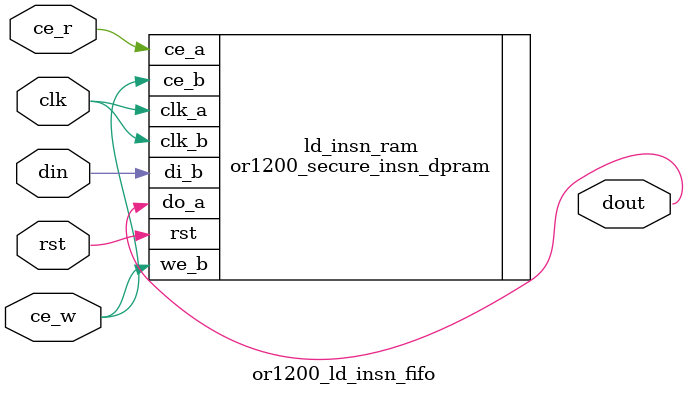
<source format=v>

`include "or1200_defines.v"

module or1200_ld_insn_fifo (
			    clk,
			    rst,
			    // write ports
			    ce_w, din,
			    // read ports
			    ce_r, dout,
			    );

   //
   // Default address and data buses width
   //
   
   parameter aw = 4;
   parameter dw = 1;

   //
   // dual-port FIFO interfaces
   //

   input clk;
   input rst;
   input ce_w;
   input [dw-1:0] din;
   input 	  ce_r;
   output [dw-1:0] dout;
   
   or1200_secure_insn_dpram # 
     ( 
       .aw(aw),
       .dw(dw)
       )
   ld_insn_ram (
		.rst(rst),
		// Port A
		.clk_a(clk),
		.ce_a(ce_r),
		.do_a(dout),
      
		// Port B
		.clk_b(clk),
		.ce_b(ce_w),
		.we_b(ce_w),
		.di_b(din)
		);
	
endmodule
</source>
